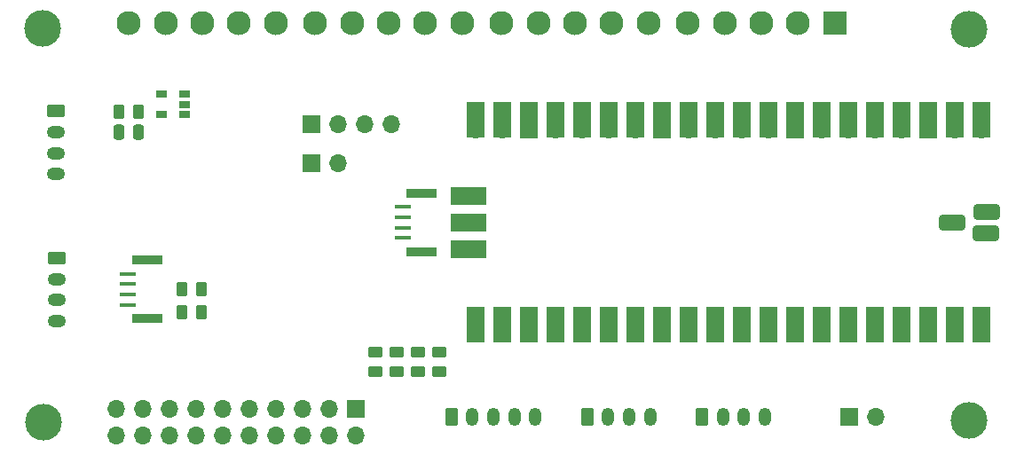
<source format=gts>
%TF.GenerationSoftware,KiCad,Pcbnew,(6.0.11)*%
%TF.CreationDate,2023-02-10T19:10:44+09:00*%
%TF.ProjectId,PicoFightingBoard,5069636f-4669-4676-9874-696e67426f61,rev?*%
%TF.SameCoordinates,Original*%
%TF.FileFunction,Soldermask,Top*%
%TF.FilePolarity,Negative*%
%FSLAX46Y46*%
G04 Gerber Fmt 4.6, Leading zero omitted, Abs format (unit mm)*
G04 Created by KiCad (PCBNEW (6.0.11)) date 2023-02-10 19:10:44*
%MOMM*%
%LPD*%
G01*
G04 APERTURE LIST*
G04 Aperture macros list*
%AMRoundRect*
0 Rectangle with rounded corners*
0 $1 Rounding radius*
0 $2 $3 $4 $5 $6 $7 $8 $9 X,Y pos of 4 corners*
0 Add a 4 corners polygon primitive as box body*
4,1,4,$2,$3,$4,$5,$6,$7,$8,$9,$2,$3,0*
0 Add four circle primitives for the rounded corners*
1,1,$1+$1,$2,$3*
1,1,$1+$1,$4,$5*
1,1,$1+$1,$6,$7*
1,1,$1+$1,$8,$9*
0 Add four rect primitives between the rounded corners*
20,1,$1+$1,$2,$3,$4,$5,0*
20,1,$1+$1,$4,$5,$6,$7,0*
20,1,$1+$1,$6,$7,$8,$9,0*
20,1,$1+$1,$8,$9,$2,$3,0*%
G04 Aperture macros list end*
%ADD10RoundRect,0.249998X-0.450002X0.262502X-0.450002X-0.262502X0.450002X-0.262502X0.450002X0.262502X0*%
%ADD11RoundRect,0.249998X0.262502X0.450002X-0.262502X0.450002X-0.262502X-0.450002X0.262502X-0.450002X0*%
%ADD12R,1.700000X1.700000*%
%ADD13O,1.700000X1.700000*%
%ADD14R,1.060000X0.650000*%
%ADD15RoundRect,0.250000X-0.250000X-0.475000X0.250000X-0.475000X0.250000X0.475000X-0.250000X0.475000X0*%
%ADD16RoundRect,0.249999X-0.625001X0.350001X-0.625001X-0.350001X0.625001X-0.350001X0.625001X0.350001X0*%
%ADD17O,1.750000X1.200000*%
%ADD18RoundRect,0.249999X-0.350001X-0.625001X0.350001X-0.625001X0.350001X0.625001X-0.350001X0.625001X0*%
%ADD19O,1.200000X1.750000*%
%ADD20C,2.300000*%
%ADD21R,2.300000X2.300000*%
%ADD22C,3.500000*%
%ADD23R,3.000000X0.900000*%
%ADD24R,1.600000X0.400000*%
%ADD25R,1.700000X3.500000*%
%ADD26R,3.500000X1.700000*%
%ADD27RoundRect,0.300000X-0.950000X0.450000X-0.950000X-0.450000X0.950000X-0.450000X0.950000X0.450000X0*%
G04 APERTURE END LIST*
D10*
X143129000Y-114022500D03*
X143129000Y-115847500D03*
X145161000Y-114022500D03*
X145161000Y-115847500D03*
X139065000Y-114022500D03*
X139065000Y-115847500D03*
X141097000Y-114022500D03*
X141097000Y-115847500D03*
D11*
X116431700Y-91033600D03*
X114606700Y-91033600D03*
D12*
X184277000Y-120142000D03*
D13*
X186817000Y-120142000D03*
D14*
X120800000Y-91272400D03*
X120800000Y-90322400D03*
X120800000Y-89372400D03*
X118600000Y-89372400D03*
X118600000Y-91272400D03*
D15*
X114569200Y-93014800D03*
X116469200Y-93014800D03*
D11*
X122412500Y-110200000D03*
X120587500Y-110200000D03*
X122412500Y-108000000D03*
X120587500Y-108000000D03*
D12*
X137160000Y-119380000D03*
D13*
X137160000Y-121920000D03*
X134620000Y-119380000D03*
X134620000Y-121920000D03*
X132080000Y-119380000D03*
X132080000Y-121920000D03*
X129540000Y-119380000D03*
X129540000Y-121920000D03*
X127000000Y-119380000D03*
X127000000Y-121920000D03*
X124460000Y-119380000D03*
X124460000Y-121920000D03*
X121920000Y-119380000D03*
X121920000Y-121920000D03*
X119380000Y-119380000D03*
X119380000Y-121920000D03*
X116840000Y-119380000D03*
X116840000Y-121920000D03*
X114300000Y-119380000D03*
X114300000Y-121920000D03*
D16*
X108585000Y-90982800D03*
D17*
X108585000Y-92982800D03*
X108585000Y-94982800D03*
X108585000Y-96982800D03*
D18*
X146304000Y-120142000D03*
D19*
X148304000Y-120142000D03*
X150304000Y-120142000D03*
X152304000Y-120142000D03*
X154304000Y-120142000D03*
D18*
X159258000Y-120142000D03*
D19*
X161258000Y-120142000D03*
X163258000Y-120142000D03*
X165258000Y-120142000D03*
D20*
X129540000Y-82550000D03*
X126040000Y-82550000D03*
X122540000Y-82550000D03*
X119040000Y-82550000D03*
X115540000Y-82550000D03*
X147320000Y-82550000D03*
X143820000Y-82550000D03*
X140320000Y-82550000D03*
X136820000Y-82550000D03*
X133320000Y-82550000D03*
X165100000Y-82550000D03*
X161600000Y-82550000D03*
X158100000Y-82550000D03*
X154600000Y-82550000D03*
X151100000Y-82550000D03*
D21*
X182880000Y-82550000D03*
D20*
X179380000Y-82550000D03*
X175880000Y-82550000D03*
X172380000Y-82550000D03*
X168880000Y-82550000D03*
D18*
X170212000Y-120142000D03*
D19*
X172212000Y-120142000D03*
X174212000Y-120142000D03*
X176212000Y-120142000D03*
D16*
X108610400Y-105003600D03*
D17*
X108610400Y-107003600D03*
X108610400Y-109003600D03*
X108610400Y-111003600D03*
D22*
X107300000Y-83100000D03*
X107400000Y-120700000D03*
X195700000Y-120500000D03*
X195700000Y-83200000D03*
D23*
X117256000Y-105200800D03*
X117256000Y-110800800D03*
D24*
X115408000Y-109493800D03*
X115408000Y-108493800D03*
X115408000Y-107493800D03*
X115408000Y-106493800D03*
D23*
X143481500Y-98800000D03*
X143481500Y-104400000D03*
D24*
X141633500Y-103093000D03*
X141633500Y-102093000D03*
X141633500Y-101093000D03*
X141633500Y-100093000D03*
D13*
X196830000Y-92710000D03*
D25*
X196830000Y-91810000D03*
X194290000Y-91810000D03*
D13*
X194290000Y-92710000D03*
D12*
X191750000Y-92710000D03*
D25*
X191750000Y-91810000D03*
X189210000Y-91810000D03*
D13*
X189210000Y-92710000D03*
D25*
X186670000Y-91810000D03*
D13*
X186670000Y-92710000D03*
X184130000Y-92710000D03*
D25*
X184130000Y-91810000D03*
X181590000Y-91810000D03*
D13*
X181590000Y-92710000D03*
D12*
X179050000Y-92710000D03*
D25*
X179050000Y-91810000D03*
X176510000Y-91810000D03*
D13*
X176510000Y-92710000D03*
X173970000Y-92710000D03*
D25*
X173970000Y-91810000D03*
D13*
X171430000Y-92710000D03*
D25*
X171430000Y-91810000D03*
X168890000Y-91810000D03*
D13*
X168890000Y-92710000D03*
D12*
X166350000Y-92710000D03*
D25*
X166350000Y-91810000D03*
D13*
X163810000Y-92710000D03*
D25*
X163810000Y-91810000D03*
X161270000Y-91810000D03*
D13*
X161270000Y-92710000D03*
X158730000Y-92710000D03*
D25*
X158730000Y-91810000D03*
D13*
X156190000Y-92710000D03*
D25*
X156190000Y-91810000D03*
D12*
X153650000Y-92710000D03*
D25*
X153650000Y-91810000D03*
D13*
X151110000Y-92710000D03*
D25*
X151110000Y-91810000D03*
D13*
X148570000Y-92710000D03*
D25*
X148570000Y-91810000D03*
D13*
X148570000Y-110490000D03*
D25*
X148570000Y-111390000D03*
D13*
X151110000Y-110490000D03*
D25*
X151110000Y-111390000D03*
D12*
X153650000Y-110490000D03*
D25*
X153650000Y-111390000D03*
X156190000Y-111390000D03*
D13*
X156190000Y-110490000D03*
D25*
X158730000Y-111390000D03*
D13*
X158730000Y-110490000D03*
X161270000Y-110490000D03*
D25*
X161270000Y-111390000D03*
X163810000Y-111390000D03*
D13*
X163810000Y-110490000D03*
D12*
X166350000Y-110490000D03*
D25*
X166350000Y-111390000D03*
D13*
X168890000Y-110490000D03*
D25*
X168890000Y-111390000D03*
X171430000Y-111390000D03*
D13*
X171430000Y-110490000D03*
D25*
X173970000Y-111390000D03*
D13*
X173970000Y-110490000D03*
X176510000Y-110490000D03*
D25*
X176510000Y-111390000D03*
X179050000Y-111390000D03*
D12*
X179050000Y-110490000D03*
D25*
X181590000Y-111390000D03*
D13*
X181590000Y-110490000D03*
D25*
X184130000Y-111390000D03*
D13*
X184130000Y-110490000D03*
D25*
X186670000Y-111390000D03*
D13*
X186670000Y-110490000D03*
X189210000Y-110490000D03*
D25*
X189210000Y-111390000D03*
X191750000Y-111390000D03*
D12*
X191750000Y-110490000D03*
D13*
X194290000Y-110490000D03*
D25*
X194290000Y-111390000D03*
X196830000Y-111390000D03*
D13*
X196830000Y-110490000D03*
X148800000Y-99060000D03*
D26*
X147900000Y-99060000D03*
X147900000Y-101600000D03*
D12*
X148800000Y-101600000D03*
D26*
X147900000Y-104140000D03*
D13*
X148800000Y-104140000D03*
D27*
X194050000Y-101600000D03*
X197330000Y-102600000D03*
X197350000Y-100600000D03*
D12*
X132950000Y-92250000D03*
D13*
X135490000Y-92250000D03*
X138030000Y-92250000D03*
X140570000Y-92250000D03*
D12*
X132925000Y-95950000D03*
D13*
X135465000Y-95950000D03*
M02*

</source>
